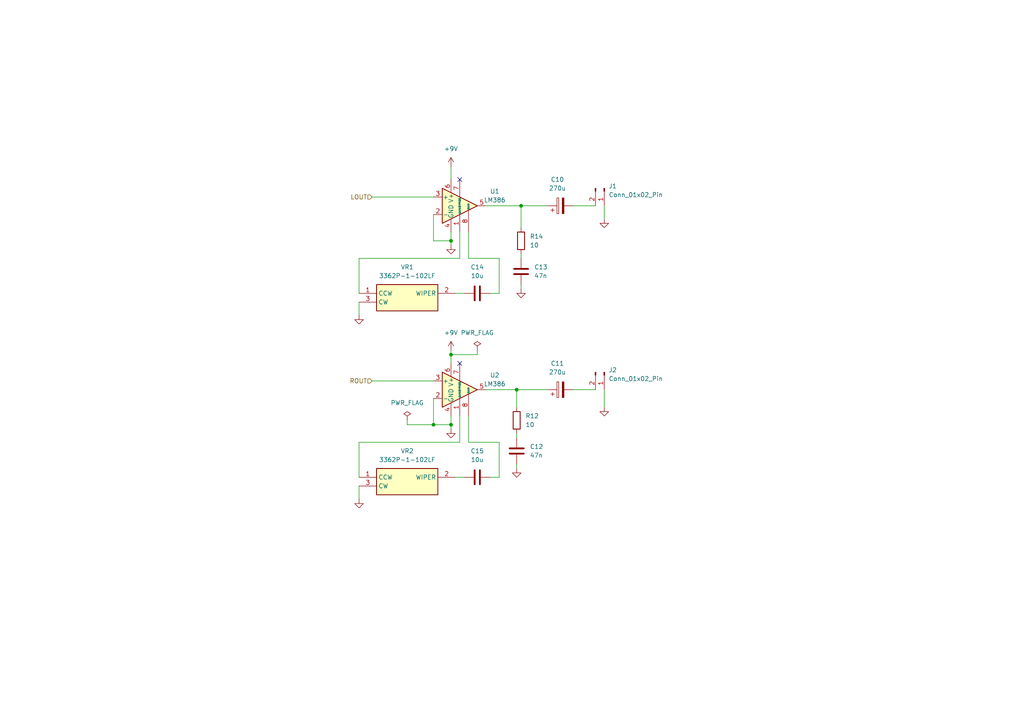
<source format=kicad_sch>
(kicad_sch (version 20230121) (generator eeschema)
  (paper "A4")
  (lib_symbols
    (symbol "3362P-1-102LF:3362P-1-102LF"
      (property "Reference" "VR" (at 24.13 7.62 0))
      (property "Value" "3362P-1-102LF" (at 24.13 5.08 0))
      (symbol "3362P-1-102LF_1_1"
        (rectangle (start 5.08 2.54) (end 22.86 -5.08) (stroke (width 0.254)) (fill (type background)))
        (pin passive line (at 0 0 0) (length 5.08) (name "CCW") (number "1"))
        (pin passive line (at 27.94 0 180) (length 5.08) (name "WIPER") (number "2"))
        (pin passive line (at 0 -2.54 0) (length 5.08) (name "CW") (number "3"))
      )
    )
    (symbol "Amplifier_Audio:LM386" (pin_names (offset 0.127))
      (property "Reference" "U" (at 1.27 7.62 0))
      (property "Value" "LM386" (at 1.27 5.08 0))
      (symbol "LM386_0_1"
        (polyline (pts (xy 5.08 0) (xy -5.08 5.08) (xy -5.08 -5.08) (xy 5.08 0)) (stroke (width 0.254)) (fill (type background)))
      )
      (symbol "LM386_1_1"
        (pin input line (at 0 -7.62 90) (length 5.08) (name "GAIN") (number "1"))
        (pin input line (at -7.62 -2.54 0) (length 2.54) (name "-") (number "2"))
        (pin input line (at -7.62 2.54 0) (length 2.54) (name "+") (number "3"))
        (pin power_in line (at -2.54 -7.62 90) (length 3.81) (name "GND") (number "4"))
        (pin output line (at 7.62 0 180) (length 2.54) (name "~") (number "5"))
        (pin power_in line (at -2.54 7.62 270) (length 3.81) (name "V+") (number "6"))
        (pin input line (at 0 7.62 270) (length 5.08) (name "BYPASS") (number "7"))
        (pin input line (at 2.54 -7.62 90) (length 6.35) (name "GAIN") (number "8"))
      )
    )
    (symbol "Connector:Conn_01x02_Pin" (pin_names (offset 1.016) hide)
      (property "Reference" "J" (at 0 2.54 0))
      (property "Value" "Conn_01x02_Pin" (at 0 -5.08 0))
      (symbol "Conn_01x02_Pin_1_1"
        (polyline (pts (xy 1.27 -2.54) (xy 0.8636 -2.54)) (stroke (width 0.1524)))
        (polyline (pts (xy 1.27 0) (xy 0.8636 0)) (stroke (width 0.1524)))
        (rectangle (start 0.8636 -2.413) (end 0 -2.667) (stroke (width 0.1524)) (fill (type outline)))
        (rectangle (start 0.8636 0.127) (end 0 -0.127) (stroke (width 0.1524)) (fill (type outline)))
        (pin passive line (at 5.08 0 180) (length 3.81) (name "Pin_1") (number "1"))
        (pin passive line (at 5.08 -2.54 180) (length 3.81) (name "Pin_2") (number "2"))
      )
    )
    (symbol "Device:C" (pin_numbers hide) (pin_names (offset 0.254))
      (property "Reference" "C" (at 0.635 2.54 0))
      (property "Value" "C" (at 0.635 -2.54 0))
      (symbol "C_0_1"
        (polyline (pts (xy -2.032 -0.762) (xy 2.032 -0.762)) (stroke (width 0.508)))
        (polyline (pts (xy -2.032 0.762) (xy 2.032 0.762)) (stroke (width 0.508)))
      )
      (symbol "C_1_1"
        (pin passive line (at 0 3.81 270) (length 2.794) (name "~") (number "1"))
        (pin passive line (at 0 -3.81 90) (length 2.794) (name "~") (number "2"))
      )
    )
    (symbol "Device:C_Polarized" (pin_numbers hide) (pin_names (offset 0.254))
      (property "Reference" "C" (at 0.635 2.54 0))
      (property "Value" "C_Polarized" (at 0.635 -2.54 0))
      (symbol "C_Polarized_0_1"
        (rectangle (start -2.286 0.508) (end 2.286 1.016))
        (polyline (pts (xy -1.778 2.286) (xy -0.762 2.286)))
        (polyline (pts (xy -1.27 2.794) (xy -1.27 1.778)))
        (rectangle (start 2.286 -0.508) (end -2.286 -1.016) (fill (type outline)))
      )
      (symbol "C_Polarized_1_1"
        (pin passive line (at 0 3.81 270) (length 2.794) (name "~") (number "1"))
        (pin passive line (at 0 -3.81 90) (length 2.794) (name "~") (number "2"))
      )
    )
    (symbol "Device:R" (pin_numbers hide) (pin_names (offset 0))
      (property "Reference" "R" (at 2.032 0 90))
      (property "Value" "R" (at 0 0 90))
      (symbol "R_0_1"
        (rectangle (start -1.016 -2.54) (end 1.016 2.54) (stroke (width 0.254)))
      )
      (symbol "R_1_1"
        (pin passive line (at 0 3.81 270) (length 1.27) (name "~") (number "1"))
        (pin passive line (at 0 -3.81 90) (length 1.27) (name "~") (number "2"))
      )
    )
    (symbol "power:+9V" (power) (pin_names (offset 0))
      (property "Value" "+9V" (at 0 3.556 0))
      (symbol "+9V_0_1"
        (polyline (pts (xy -0.762 1.27) (xy 0 2.54)))
        (polyline (pts (xy 0 0) (xy 0 2.54)))
        (polyline (pts (xy 0 2.54) (xy 0.762 1.27)))
      )
      (symbol "+9V_1_1"
        (pin power_in line (at 0 0 90) (length 0) hide (name "+9V") (number "1"))
      )
    )
    (symbol "power:GND" (power) (pin_names (offset 0))
      (property "Value" "GND" (at 0 -3.81 0))
      (symbol "GND_0_1"
        (polyline (pts (xy 0 0) (xy 0 -1.27) (xy 1.27 -1.27) (xy 0 -2.54) (xy -1.27 -1.27) (xy 0 -1.27)))
      )
      (symbol "GND_1_1"
        (pin power_in line (at 0 0 270) (length 0) hide (name "GND") (number "1"))
      )
    )
    (symbol "power:PWR_FLAG" (power) (pin_numbers hide) (pin_names (offset 0) hide)
      (property "Value" "PWR_FLAG" (at 0 3.81 0))
      (symbol "PWR_FLAG_0_0"
        (pin power_out line (at 0 0 90) (length 0) (name "pwr") (number "1"))
      )
      (symbol "PWR_FLAG_0_1"
        (polyline (pts (xy 0 0) (xy 0 1.27) (xy -1.016 1.905) (xy 0 2.54) (xy 1.016 1.905) (xy 0 1.27)))
      )
    )
  )
  (junction (at 149.86 113.03))
  (junction (at 151.13 59.69))
  (junction (at 125.73 123.19))
  (junction (at 130.81 102.87))
  (junction (at 130.81 123.19))
  (junction (at 130.81 69.85))
  (no_connect (at 133.35 105.41))
  (no_connect (at 133.35 52.07))
  (wire (pts (xy 118.11 123.19) (xy 118.11 121.92)))
  (wire (pts (xy 144.78 85.09) (xy 142.24 85.09)))
  (wire (pts (xy 104.14 87.63) (xy 104.14 91.44)))
  (wire (pts (xy 151.13 73.66) (xy 151.13 74.93)))
  (wire (pts (xy 138.43 102.87) (xy 138.43 101.6)))
  (wire (pts (xy 132.08 85.09) (xy 134.62 85.09)))
  (wire (pts (xy 151.13 82.55) (xy 151.13 83.82)))
  (wire (pts (xy 135.89 120.65) (xy 135.89 128.27)))
  (wire (pts (xy 149.86 134.62) (xy 149.86 135.89)))
  (wire (pts (xy 104.14 74.93) (xy 133.35 74.93)))
  (wire (pts (xy 130.81 120.65) (xy 130.81 123.19)))
  (wire (pts (xy 133.35 120.65) (xy 133.35 128.27)))
  (wire (pts (xy 135.89 74.93) (xy 144.78 74.93)))
  (wire (pts (xy 130.81 124.46) (xy 130.81 123.19)))
  (wire (pts (xy 140.97 113.03) (xy 149.86 113.03)))
  (wire (pts (xy 149.86 113.03) (xy 158.75 113.03)))
  (wire (pts (xy 166.37 113.03) (xy 172.72 113.03)))
  (wire (pts (xy 144.78 128.27) (xy 144.78 138.43)))
  (wire (pts (xy 107.95 57.15) (xy 125.73 57.15)))
  (wire (pts (xy 151.13 59.69) (xy 151.13 66.04)))
  (wire (pts (xy 151.13 59.69) (xy 158.75 59.69)))
  (wire (pts (xy 130.81 69.85) (xy 130.81 71.12)))
  (wire (pts (xy 118.11 123.19) (xy 125.73 123.19)))
  (wire (pts (xy 175.26 113.03) (xy 175.26 118.11)))
  (wire (pts (xy 135.89 128.27) (xy 144.78 128.27)))
  (wire (pts (xy 149.86 113.03) (xy 149.86 118.11)))
  (wire (pts (xy 144.78 138.43) (xy 142.24 138.43)))
  (wire (pts (xy 130.81 102.87) (xy 130.81 101.6)))
  (wire (pts (xy 104.14 128.27) (xy 133.35 128.27)))
  (wire (pts (xy 125.73 115.57) (xy 125.73 123.19)))
  (wire (pts (xy 133.35 67.31) (xy 133.35 74.93)))
  (wire (pts (xy 125.73 123.19) (xy 130.81 123.19)))
  (wire (pts (xy 140.97 59.69) (xy 151.13 59.69)))
  (wire (pts (xy 104.14 128.27) (xy 104.14 138.43)))
  (wire (pts (xy 107.95 110.49) (xy 125.73 110.49)))
  (wire (pts (xy 166.37 59.69) (xy 172.72 59.69)))
  (wire (pts (xy 130.81 67.31) (xy 130.81 69.85)))
  (wire (pts (xy 104.14 140.97) (xy 104.14 144.78)))
  (wire (pts (xy 144.78 74.93) (xy 144.78 85.09)))
  (wire (pts (xy 132.08 138.43) (xy 134.62 138.43)))
  (wire (pts (xy 149.86 125.73) (xy 149.86 127)))
  (wire (pts (xy 125.73 69.85) (xy 130.81 69.85)))
  (wire (pts (xy 175.26 59.69) (xy 175.26 63.5)))
  (wire (pts (xy 130.81 48.26) (xy 130.81 52.07)))
  (wire (pts (xy 130.81 102.87) (xy 138.43 102.87)))
  (wire (pts (xy 130.81 102.87) (xy 130.81 105.41)))
  (wire (pts (xy 104.14 74.93) (xy 104.14 85.09)))
  (wire (pts (xy 135.89 67.31) (xy 135.89 74.93)))
  (wire (pts (xy 125.73 62.23) (xy 125.73 69.85)))
  (hierarchical_label "LOUT" (shape input) (at 107.95 57.15 180))
  (hierarchical_label "ROUT" (shape input) (at 107.95 110.49 180))
  (symbol (lib_id "power:PWR_FLAG") (at 118.11 121.92 0) (unit 1)
    (property "Reference" "#FLG03" (effects hide))
    (property "Value" "PWR_FLAG" (at 118.11 116.84 0))
  )
  (symbol (lib_id "power:GND") (at 175.26 118.11 0) (unit 1)
    (property "Reference" "#PWR02" (effects hide))
    (property "Value" "GND" (effects hide))
    (instances (project "FM Radio" (path "" (reference "#PWR02") (unit 1)) (path "" (reference "#PWR022") (unit 1))))
  )
  (symbol (lib_id "power:GND") (at 149.86 135.89 0) (unit 1)
    (property "Reference" "#PWR02" (effects hide))
    (property "Value" "GND" (effects hide))
    (instances (project "FM Radio" (path "" (reference "#PWR02") (unit 1)) (path "" (reference "#PWR019") (unit 1))))
  )
  (symbol (lib_id "Device:R") (at 149.86 121.92 0) (unit 1)
    (property "Reference" "R12" (at 152.4 120.65 0) (effects (justify left)))
    (property "Value" "10" (at 152.4 123.19 0) (effects (justify left)))
    (property "Footprint" "FM Radio:RESC1608X55N" (effects hide))
  )
  (symbol (lib_id "Device:C") (at 138.43 85.09 90) (unit 1)
    (property "Reference" "C14" (at 138.43 77.47 90))
    (property "Value" "10u" (at 138.43 80.01 90))
    (property "Footprint" "Capacitor_SMD:C_0603_1608Metric" (effects hide))
  )
  (symbol (lib_id "Device:C") (at 149.86 130.81 0) (unit 1)
    (property "Reference" "C12" (at 153.67 129.54 0) (effects (justify left)))
    (property "Value" "47n" (at 153.67 132.08 0) (effects (justify left)))
    (property "Footprint" "Capacitor_SMD:C_0603_1608Metric" (effects hide))
  )
  (symbol (lib_id "Amplifier_Audio:LM386") (at 133.35 59.69 0) (unit 1)
    (property "Reference" "U1" (at 143.51 55.4991 0))
    (property "Value" "LM386" (at 143.51 58.0391 0))
    (property "Footprint" "Package_SO:SOIC-8_3.9x4.9mm_P1.27mm" (effects hide))
    (property "Datasheet" "http://www.ti.com/lit/ds/symlink/lm386.pdf" (effects hide))
  )
  (symbol (lib_id "Device:C_Polarized") (at 162.56 113.03 90) (unit 1)
    (property "Reference" "C11" (at 161.671 105.41 90))
    (property "Value" "270u" (at 161.671 107.95 90))
    (property "Footprint" "Capacitor_THT:CP_Radial_D6.3mm_P2.50mm" (effects hide))
  )
  (symbol (lib_id "Connector:Conn_01x02_Pin") (at 175.26 107.95 270) (unit 1)
    (property "Reference" "J2" (at 176.53 107.315 90) (effects (justify left)))
    (property "Value" "Conn_01x02_Pin" (at 176.53 109.855 90) (effects (justify left)))
    (property "Footprint" "Connector_PinHeader_2.54mm:PinHeader_1x02_P2.54mm_Vertical" (effects hide))
  )
  (symbol (lib_id "Device:R") (at 151.13 69.85 0) (unit 1)
    (property "Reference" "R14" (at 153.67 68.58 0) (effects (justify left)))
    (property "Value" "10" (at 153.67 71.12 0) (effects (justify left)))
    (property "Footprint" "FM Radio:RESC1608X55N" (effects hide))
  )
  (symbol (lib_id "Connector:Conn_01x02_Pin") (at 175.26 54.61 270) (unit 1)
    (property "Reference" "J1" (at 176.53 53.975 90) (effects (justify left)))
    (property "Value" "Conn_01x02_Pin" (at 176.53 56.515 90) (effects (justify left)))
    (property "Footprint" "Connector_PinHeader_2.54mm:PinHeader_1x02_P2.54mm_Vertical" (effects hide))
  )
  (symbol (lib_id "Device:C") (at 151.13 78.74 0) (unit 1)
    (property "Reference" "C13" (at 154.94 77.47 0) (effects (justify left)))
    (property "Value" "47n" (at 154.94 80.01 0) (effects (justify left)))
    (property "Footprint" "Capacitor_SMD:C_0603_1608Metric" (effects hide))
  )
  (symbol (lib_id "power:GND") (at 104.14 144.78 0) (unit 1)
    (property "Reference" "#PWR02" (effects hide))
    (property "Value" "GND" (effects hide))
    (instances (project "FM Radio" (path "" (reference "#PWR02") (unit 1)) (path "" (reference "#PWR031") (unit 1))))
  )
  (symbol (lib_id "power:PWR_FLAG") (at 138.43 101.6 0) (unit 1)
    (property "Reference" "#FLG02" (effects hide))
    (property "Value" "PWR_FLAG" (at 138.43 96.52 0))
  )
  (symbol (lib_id "Device:C") (at 138.43 138.43 90) (unit 1)
    (property "Reference" "C15" (at 138.43 130.81 90))
    (property "Value" "10u" (at 138.43 133.35 90))
    (property "Footprint" "Capacitor_SMD:C_0603_1608Metric" (effects hide))
  )
  (symbol (lib_id "power:GND") (at 130.81 124.46 0) (unit 1)
    (property "Reference" "#PWR02" (effects hide))
    (property "Value" "GND" (effects hide))
    (instances (project "FM Radio" (path "" (reference "#PWR02") (unit 1)) (path "" (reference "#PWR017") (unit 1))))
  )
  (symbol (lib_id "3362P-1-102LF:3362P-1-102LF") (at 104.14 85.09 0) (unit 1)
    (property "Reference" "VR1" (at 118.11 77.47 0))
    (property "Value" "3362P-1-102LF" (at 118.11 80.01 0))
    (property "Footprint" "3362P_1" (effects hide))
    (property "Datasheet" "https://www.bourns.com/docs/Product-Datasheets/3362.pdf" (effects hide))
    (property "Manufacturer_Name" "Bourns" (effects hide))
    (property "Manufacturer_Part_Number" "3362P-1-102LF" (effects hide))
    (property "Mouser Part Number" "652-3362P-1-102LF" (effects hide))
    (property "Mouser Price/Stock" "https://www.mouser.co.uk/ProductDetail/Bourns/3362P-1-102LF?qs=RwDwYDcw27qKqzC%2FPPozyg%3D%3D" (effects hide))
    (property "Arrow Part Number" "3362P-1-102LF" (effects hide))
    (property "Arrow Price/Stock" "null?region=nac" (effects hide))
  )
  (symbol (lib_id "power:GND") (at 130.81 71.12 0) (unit 1)
    (property "Reference" "#PWR02" (effects hide))
    (property "Value" "GND" (effects hide))
    (instances (project "FM Radio" (path "" (reference "#PWR02") (unit 1)) (path "" (reference "#PWR016") (unit 1))))
  )
  (symbol (lib_id "3362P-1-102LF:3362P-1-102LF") (at 104.14 138.43 0) (unit 1)
    (property "Reference" "VR2" (at 118.11 130.81 0))
    (property "Value" "3362P-1-102LF" (at 118.11 133.35 0))
    (property "Footprint" "3362P_1" (effects hide))
    (property "Datasheet" "https://www.bourns.com/docs/Product-Datasheets/3362.pdf" (effects hide))
    (property "Manufacturer_Name" "Bourns" (effects hide))
    (property "Manufacturer_Part_Number" "3362P-1-102LF" (effects hide))
    (property "Mouser Part Number" "652-3362P-1-102LF" (effects hide))
    (property "Mouser Price/Stock" "https://www.mouser.co.uk/ProductDetail/Bourns/3362P-1-102LF?qs=RwDwYDcw27qKqzC%2FPPozyg%3D%3D" (effects hide))
    (property "Arrow Part Number" "3362P-1-102LF" (effects hide))
    (property "Arrow Price/Stock" "null?region=nac" (effects hide))
  )
  (symbol (lib_id "power:GND") (at 175.26 63.5 0) (unit 1)
    (property "Reference" "#PWR02" (effects hide))
    (property "Value" "GND" (effects hide))
    (instances (project "FM Radio" (path "" (reference "#PWR02") (unit 1)) (path "" (reference "#PWR021") (unit 1))))
  )
  (symbol (lib_id "Amplifier_Audio:LM386") (at 133.35 113.03 0) (unit 1)
    (property "Reference" "U2" (at 143.51 108.8391 0))
    (property "Value" "LM386" (at 143.51 111.3791 0))
    (property "Footprint" "Package_SO:SOIC-8_3.9x4.9mm_P1.27mm" (effects hide))
    (property "Datasheet" "http://www.ti.com/lit/ds/symlink/lm386.pdf" (effects hide))
  )
  (symbol (lib_id "power:GND") (at 151.13 83.82 0) (unit 1)
    (property "Reference" "#PWR02" (effects hide))
    (property "Value" "GND" (effects hide))
    (instances (project "FM Radio" (path "" (reference "#PWR02") (unit 1)) (path "" (reference "#PWR020") (unit 1))))
  )
  (symbol (lib_id "power:+9V") (at 130.81 101.6 0) (unit 1)
    (property "Reference" "#PWR018" (effects hide))
    (property "Value" "+9V" (at 130.81 96.52 0))
  )
  (symbol (lib_id "power:+9V") (at 130.81 48.26 0) (unit 1)
    (property "Reference" "#PWR015" (effects hide))
    (property "Value" "+9V" (at 130.81 43.18 0))
  )
  (symbol (lib_id "power:GND") (at 104.14 91.44 0) (unit 1)
    (property "Reference" "#PWR02" (effects hide))
    (property "Value" "GND" (effects hide))
    (instances (project "FM Radio" (path "" (reference "#PWR02") (unit 1)) (path "" (reference "#PWR032") (unit 1))))
  )
  (symbol (lib_id "Device:C_Polarized") (at 162.56 59.69 90) (unit 1)
    (property "Reference" "C10" (at 161.671 52.07 90))
    (property "Value" "270u" (at 161.671 54.61 90))
    (property "Footprint" "Capacitor_THT:CP_Radial_D6.3mm_P2.50mm" (effects hide))
  )
)
</source>
